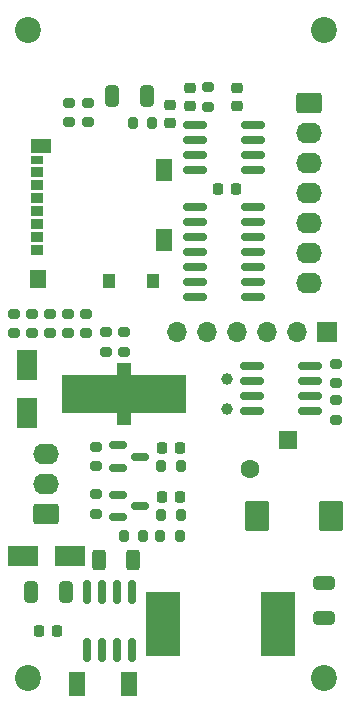
<source format=gts>
G04 #@! TF.GenerationSoftware,KiCad,Pcbnew,6.0.0-d3dd2cf0fa~116~ubuntu18.04.1*
G04 #@! TF.CreationDate,2023-02-13T16:22:57+00:00*
G04 #@! TF.ProjectId,RemoteESP32,52656d6f-7465-4455-9350-33322e6b6963,rev?*
G04 #@! TF.SameCoordinates,Original*
G04 #@! TF.FileFunction,Soldermask,Top*
G04 #@! TF.FilePolarity,Negative*
%FSLAX46Y46*%
G04 Gerber Fmt 4.6, Leading zero omitted, Abs format (unit mm)*
G04 Created by KiCad (PCBNEW 6.0.0-d3dd2cf0fa~116~ubuntu18.04.1) date 2023-02-13 16:22:57*
%MOMM*%
%LPD*%
G01*
G04 APERTURE LIST*
G04 Aperture macros list*
%AMRoundRect*
0 Rectangle with rounded corners*
0 $1 Rounding radius*
0 $2 $3 $4 $5 $6 $7 $8 $9 X,Y pos of 4 corners*
0 Add a 4 corners polygon primitive as box body*
4,1,4,$2,$3,$4,$5,$6,$7,$8,$9,$2,$3,0*
0 Add four circle primitives for the rounded corners*
1,1,$1+$1,$2,$3*
1,1,$1+$1,$4,$5*
1,1,$1+$1,$6,$7*
1,1,$1+$1,$8,$9*
0 Add four rect primitives between the rounded corners*
20,1,$1+$1,$2,$3,$4,$5,0*
20,1,$1+$1,$4,$5,$6,$7,0*
20,1,$1+$1,$6,$7,$8,$9,0*
20,1,$1+$1,$8,$9,$2,$3,0*%
G04 Aperture macros list end*
%ADD10R,1.200000X1.200000*%
%ADD11R,10.500000X3.200000*%
%ADD12C,1.000000*%
%ADD13RoundRect,0.225000X-0.250000X0.225000X-0.250000X-0.225000X0.250000X-0.225000X0.250000X0.225000X0*%
%ADD14RoundRect,0.200000X-0.275000X0.200000X-0.275000X-0.200000X0.275000X-0.200000X0.275000X0.200000X0*%
%ADD15RoundRect,0.150000X-0.825000X-0.150000X0.825000X-0.150000X0.825000X0.150000X-0.825000X0.150000X0*%
%ADD16RoundRect,0.200000X0.275000X-0.200000X0.275000X0.200000X-0.275000X0.200000X-0.275000X-0.200000X0*%
%ADD17RoundRect,0.150000X-0.587500X-0.150000X0.587500X-0.150000X0.587500X0.150000X-0.587500X0.150000X0*%
%ADD18RoundRect,0.225000X0.225000X0.250000X-0.225000X0.250000X-0.225000X-0.250000X0.225000X-0.250000X0*%
%ADD19RoundRect,0.200000X0.200000X0.275000X-0.200000X0.275000X-0.200000X-0.275000X0.200000X-0.275000X0*%
%ADD20R,1.700000X1.700000*%
%ADD21O,1.700000X1.700000*%
%ADD22R,1.400000X2.100000*%
%ADD23RoundRect,0.250000X0.312500X0.625000X-0.312500X0.625000X-0.312500X-0.625000X0.312500X-0.625000X0*%
%ADD24C,2.200000*%
%ADD25R,1.800000X2.500000*%
%ADD26R,2.900000X5.400000*%
%ADD27R,2.500000X1.800000*%
%ADD28RoundRect,0.225000X-0.225000X-0.250000X0.225000X-0.250000X0.225000X0.250000X-0.225000X0.250000X0*%
%ADD29RoundRect,0.250000X0.787500X1.025000X-0.787500X1.025000X-0.787500X-1.025000X0.787500X-1.025000X0*%
%ADD30R,1.100000X0.850000*%
%ADD31R,1.100000X0.750000*%
%ADD32R,1.000000X1.200000*%
%ADD33R,1.800000X1.170000*%
%ADD34R,1.350000X1.900000*%
%ADD35R,1.350000X1.550000*%
%ADD36R,1.600000X1.600000*%
%ADD37C,1.600000*%
%ADD38RoundRect,0.250000X0.325000X0.650000X-0.325000X0.650000X-0.325000X-0.650000X0.325000X-0.650000X0*%
%ADD39RoundRect,0.200000X-0.200000X-0.275000X0.200000X-0.275000X0.200000X0.275000X-0.200000X0.275000X0*%
%ADD40RoundRect,0.250000X0.845000X-0.620000X0.845000X0.620000X-0.845000X0.620000X-0.845000X-0.620000X0*%
%ADD41O,2.190000X1.740000*%
%ADD42RoundRect,0.150000X0.150000X-0.825000X0.150000X0.825000X-0.150000X0.825000X-0.150000X-0.825000X0*%
%ADD43RoundRect,0.250000X-0.650000X0.325000X-0.650000X-0.325000X0.650000X-0.325000X0.650000X0.325000X0*%
%ADD44RoundRect,0.250000X-0.845000X0.620000X-0.845000X-0.620000X0.845000X-0.620000X0.845000X0.620000X0*%
G04 APERTURE END LIST*
D10*
X138411200Y-106671600D03*
X138411200Y-110671600D03*
D11*
X138411200Y-108671600D03*
D12*
X147161200Y-109941600D03*
X147161200Y-107401600D03*
D13*
X148031200Y-82740200D03*
X148031200Y-84290200D03*
D14*
X130657600Y-101882200D03*
X130657600Y-103532200D03*
D15*
X144438600Y-92862400D03*
X144438600Y-94132400D03*
X144438600Y-95402400D03*
X144438600Y-96672400D03*
X144438600Y-97942400D03*
X144438600Y-99212400D03*
X144438600Y-100482400D03*
X149388600Y-100482400D03*
X149388600Y-99212400D03*
X149388600Y-97942400D03*
X149388600Y-96672400D03*
X149388600Y-95402400D03*
X149388600Y-94132400D03*
X149388600Y-92862400D03*
D14*
X136906000Y-103444800D03*
X136906000Y-105094800D03*
D16*
X145592800Y-84340200D03*
X145592800Y-82690200D03*
D17*
X137898900Y-113034800D03*
X137898900Y-114934800D03*
X139773900Y-113984800D03*
D18*
X132804200Y-128778000D03*
X131254200Y-128778000D03*
D19*
X140829800Y-85699600D03*
X139179800Y-85699600D03*
D20*
X155600400Y-103418400D03*
D21*
X153060400Y-103418400D03*
X150520400Y-103418400D03*
X147980400Y-103418400D03*
X145440400Y-103418400D03*
X142900400Y-103418400D03*
D13*
X142341600Y-84213400D03*
X142341600Y-85763400D03*
D14*
X129133600Y-101882200D03*
X129133600Y-103532200D03*
D13*
X144068800Y-82740200D03*
X144068800Y-84290200D03*
D22*
X138902800Y-133197600D03*
X134502800Y-133197600D03*
D14*
X135229600Y-101882200D03*
X135229600Y-103532200D03*
D23*
X136307100Y-122732800D03*
X139232100Y-122732800D03*
D24*
X155346400Y-132689600D03*
D19*
X143268200Y-118912400D03*
X141618200Y-118912400D03*
X143240500Y-114746800D03*
X141590500Y-114746800D03*
D16*
X136093200Y-114809800D03*
X136093200Y-113159800D03*
D25*
X130200400Y-106244400D03*
X130200400Y-110244400D03*
D24*
X130352800Y-132689600D03*
D15*
X149264600Y-106288600D03*
X149264600Y-107558600D03*
X149264600Y-108828600D03*
X149264600Y-110098600D03*
X154214600Y-110098600D03*
X154214600Y-108828600D03*
X154214600Y-107558600D03*
X154214600Y-106288600D03*
D26*
X141758800Y-128117600D03*
X151458800Y-128117600D03*
D14*
X132181600Y-101882200D03*
X132181600Y-103532200D03*
D27*
X133908800Y-122428000D03*
X129908800Y-122428000D03*
D28*
X146392600Y-91287600D03*
X147942600Y-91287600D03*
D29*
X155969700Y-118984000D03*
X149744700Y-118984000D03*
D24*
X155346400Y-77825600D03*
D17*
X137898900Y-117200400D03*
X137898900Y-119100400D03*
X139773900Y-118150400D03*
D30*
X131049600Y-96515800D03*
X131049600Y-95415800D03*
X131049600Y-94315800D03*
X131049600Y-93215800D03*
X131049600Y-92115800D03*
X131049600Y-91015800D03*
X131049600Y-89915800D03*
D31*
X131049600Y-88865800D03*
D32*
X137199600Y-99150800D03*
X140899600Y-99150800D03*
D33*
X131399600Y-87655800D03*
D34*
X141874600Y-95650800D03*
X141874600Y-89680800D03*
D35*
X131174600Y-98975800D03*
D36*
X152348600Y-112556600D03*
D37*
X149098600Y-115006600D03*
D38*
X133555000Y-125476000D03*
X130605000Y-125476000D03*
D14*
X138430000Y-103444800D03*
X138430000Y-105094800D03*
D39*
X138443200Y-120700800D03*
X140093200Y-120700800D03*
D18*
X143190500Y-113222800D03*
X141640500Y-113222800D03*
D16*
X156362400Y-107748600D03*
X156362400Y-106098600D03*
D14*
X133807200Y-84011000D03*
X133807200Y-85661000D03*
D40*
X131826000Y-118810800D03*
D41*
X131826000Y-116270800D03*
X131826000Y-113730800D03*
D42*
X135305800Y-130389400D03*
X136575800Y-130389400D03*
X137845800Y-130389400D03*
X139115800Y-130389400D03*
X139115800Y-125439400D03*
X137845800Y-125439400D03*
X136575800Y-125439400D03*
X135305800Y-125439400D03*
D18*
X143218200Y-117388400D03*
X141668200Y-117388400D03*
D14*
X136093200Y-117173000D03*
X136093200Y-118823000D03*
D39*
X141535900Y-120700800D03*
X143185900Y-120700800D03*
D43*
X155346400Y-124651000D03*
X155346400Y-127601000D03*
D38*
X140362200Y-83413600D03*
X137412200Y-83413600D03*
D14*
X156362400Y-109197400D03*
X156362400Y-110847400D03*
D15*
X144438600Y-85877400D03*
X144438600Y-87147400D03*
X144438600Y-88417400D03*
X144438600Y-89687400D03*
X149388600Y-89687400D03*
X149388600Y-88417400D03*
X149388600Y-87147400D03*
X149388600Y-85877400D03*
D14*
X135382000Y-84011000D03*
X135382000Y-85661000D03*
D24*
X130352800Y-77825600D03*
D44*
X154127200Y-84012800D03*
D41*
X154127200Y-86552800D03*
X154127200Y-89092800D03*
X154127200Y-91632800D03*
X154127200Y-94172800D03*
X154127200Y-96712800D03*
X154127200Y-99252800D03*
D14*
X133705600Y-101882200D03*
X133705600Y-103532200D03*
M02*

</source>
